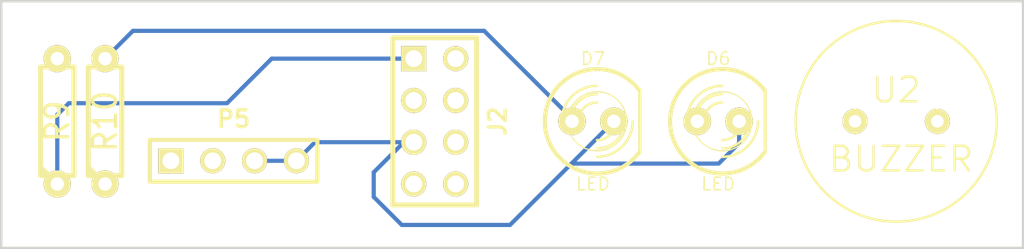
<source format=kicad_pcb>
(kicad_pcb (version 3) (host pcbnew "(2013-07-07 BZR 4022)-stable")

  (general
    (links 10)
    (no_connects 4)
    (area 81.624999 81.424999 143.775001 96.575001)
    (thickness 1.6)
    (drawings 4)
    (tracks 22)
    (zones 0)
    (modules 7)
    (nets 9)
  )

  (page A)
  (title_block 
    (title "RRGB Board")
    (rev 0.1)
    (company SBW)
    (comment 1 "To be used with Parallax serial RFID reader")
  )

  (layers
    (15 F.Cu signal)
    (0 B.Cu signal)
    (16 B.Adhes user)
    (17 F.Adhes user)
    (18 B.Paste user)
    (19 F.Paste user)
    (20 B.SilkS user)
    (21 F.SilkS user)
    (22 B.Mask user)
    (23 F.Mask user)
    (24 Dwgs.User user)
    (25 Cmts.User user)
    (26 Eco1.User user)
    (27 Eco2.User user)
    (28 Edge.Cuts user)
  )

  (setup
    (last_trace_width 0.254)
    (trace_clearance 0.254)
    (zone_clearance 0.508)
    (zone_45_only no)
    (trace_min 0.254)
    (segment_width 0.2)
    (edge_width 0.15)
    (via_size 0.889)
    (via_drill 0.635)
    (via_min_size 0.889)
    (via_min_drill 0.508)
    (uvia_size 0.508)
    (uvia_drill 0.127)
    (uvias_allowed no)
    (uvia_min_size 0.508)
    (uvia_min_drill 0.127)
    (pcb_text_width 0.3)
    (pcb_text_size 1 1)
    (mod_edge_width 0.15)
    (mod_text_size 1 1)
    (mod_text_width 0.15)
    (pad_size 1.5 1.5)
    (pad_drill 1)
    (pad_to_mask_clearance 0)
    (aux_axis_origin 72.7 73.5)
    (visible_elements 7FFFFFFF)
    (pcbplotparams
      (layerselection 3178497)
      (usegerberextensions true)
      (excludeedgelayer true)
      (linewidth 0.100000)
      (plotframeref false)
      (viasonmask false)
      (mode 1)
      (useauxorigin false)
      (hpglpennumber 1)
      (hpglpenspeed 20)
      (hpglpendiameter 15)
      (hpglpenoverlay 2)
      (psnegative false)
      (psa4output false)
      (plotreference true)
      (plotvalue true)
      (plotothertext true)
      (plotinvisibletext false)
      (padsonsilk false)
      (subtractmaskfromsilk false)
      (outputformat 1)
      (mirror false)
      (drillshape 1)
      (scaleselection 1)
      (outputdirectory ""))
  )

  (net 0 "")
  (net 1 +5V)
  (net 2 /BELL)
  (net 3 /GREEN)
  (net 4 /RED)
  (net 5 "/RFID TXD")
  (net 6 GND)
  (net 7 N-000008)
  (net 8 N-000009)

  (net_class Default "This is the default net class."
    (clearance 0.254)
    (trace_width 0.254)
    (via_dia 0.889)
    (via_drill 0.635)
    (uvia_dia 0.508)
    (uvia_drill 0.127)
    (add_net "")
    (add_net +5V)
    (add_net /BELL)
    (add_net /GREEN)
    (add_net /RED)
    (add_net "/RFID TXD")
    (add_net GND)
    (add_net N-000008)
    (add_net N-000009)
  )

  (module PIN_ARRAY_4x1_RIGHT_ANGLE (layer F.Cu) (tedit 4C10F42E) (tstamp 5487C0CA)
    (at 95.8 91.2)
    (descr "Double rangee de contacts 2 x 5 pins")
    (tags CONN)
    (path /5321D611)
    (fp_text reference P5 (at 0 -2.54) (layer F.SilkS)
      (effects (font (size 1.016 1.016) (thickness 0.2032)))
    )
    (fp_text value CONN_4 (at 0 2.54) (layer F.SilkS) hide
      (effects (font (size 1.016 1.016) (thickness 0.2032)))
    )
    (fp_line (start 5.08 1.27) (end -5.08 1.27) (layer F.SilkS) (width 0.254))
    (fp_line (start 5.08 -1.27) (end -5.08 -1.27) (layer F.SilkS) (width 0.254))
    (fp_line (start -5.08 -1.27) (end -5.08 1.27) (layer F.SilkS) (width 0.254))
    (fp_line (start 5.08 1.27) (end 5.08 -1.27) (layer F.SilkS) (width 0.254))
    (pad 1 thru_hole rect (at -3.81 0) (size 1.524 1.524) (drill 1.016)
      (layers *.Cu *.Mask F.SilkS)
      (net 1 +5V)
    )
    (pad 2 thru_hole circle (at -1.27 0) (size 1.524 1.524) (drill 1.016)
      (layers *.Cu *.Mask F.SilkS)
      (net 5 "/RFID TXD")
    )
    (pad 3 thru_hole circle (at 1.27 0) (size 1.524 1.524) (drill 1.016)
      (layers *.Cu *.Mask F.SilkS)
      (net 6 GND)
    )
    (pad 4 thru_hole circle (at 3.81 0) (size 1.524 1.524) (drill 1.016)
      (layers *.Cu *.Mask F.SilkS)
      (net 6 GND)
    )
    (model 3D_models/Socket_Strip_Angled_1x04.wrl
      (at (xyz 0 0 0))
      (scale (xyz 1 1 1))
      (rotate (xyz 0 0 0))
    )
  )

  (module LED-5MM-RED (layer F.Cu) (tedit 50ADE86B) (tstamp 5487C0E7)
    (at 125.2 88.8)
    (descr "LED 5mm - Lead pitch 100mil (2,54mm)")
    (tags "LED led 5mm 5MM 100mil 2,54mm")
    (path /5321D51C)
    (fp_text reference D6 (at 0 -3.81) (layer F.SilkS)
      (effects (font (size 0.762 0.762) (thickness 0.0889)))
    )
    (fp_text value LED (at 0 3.81) (layer F.SilkS)
      (effects (font (size 0.762 0.762) (thickness 0.0889)))
    )
    (fp_line (start 2.8448 1.905) (end 2.8448 -1.905) (layer F.SilkS) (width 0.2032))
    (fp_circle (center 0.254 0) (end -1.016 1.27) (layer F.SilkS) (width 0.0762))
    (fp_arc (start 0.254 0) (end 2.794 1.905) (angle 286.2) (layer F.SilkS) (width 0.254))
    (fp_arc (start 0.254 0) (end -0.889 0) (angle 90) (layer F.SilkS) (width 0.1524))
    (fp_arc (start 0.254 0) (end 1.397 0) (angle 90) (layer F.SilkS) (width 0.1524))
    (fp_arc (start 0.254 0) (end -1.397 0) (angle 90) (layer F.SilkS) (width 0.1524))
    (fp_arc (start 0.254 0) (end 1.905 0) (angle 90) (layer F.SilkS) (width 0.1524))
    (fp_arc (start 0.254 0) (end -1.905 0) (angle 90) (layer F.SilkS) (width 0.1524))
    (fp_arc (start 0.254 0) (end 2.413 0) (angle 90) (layer F.SilkS) (width 0.1524))
    (pad 1 thru_hole circle (at -1.27 0) (size 1.6764 1.6764) (drill 0.8128)
      (layers *.Cu *.Mask F.SilkS)
      (net 8 N-000009)
    )
    (pad 2 thru_hole circle (at 1.27 0) (size 1.6764 1.6764) (drill 0.8128)
      (layers *.Cu *.Mask F.SilkS)
      (net 6 GND)
    )
    (model 3D_models/led5_vertical_red.wrl
      (at (xyz 0 0 0))
      (scale (xyz 1 1 1))
      (rotate (xyz 0 0 0))
    )
  )

  (module LED-5MM (layer F.Cu) (tedit 50ADE86B) (tstamp 5487C0F6)
    (at 117.6 88.8)
    (descr "LED 5mm - Lead pitch 100mil (2,54mm)")
    (tags "LED led 5mm 5MM 100mil 2,54mm")
    (path /5321D52B)
    (fp_text reference D7 (at 0 -3.81) (layer F.SilkS)
      (effects (font (size 0.762 0.762) (thickness 0.0889)))
    )
    (fp_text value LED (at 0 3.81) (layer F.SilkS)
      (effects (font (size 0.762 0.762) (thickness 0.0889)))
    )
    (fp_line (start 2.8448 1.905) (end 2.8448 -1.905) (layer F.SilkS) (width 0.2032))
    (fp_circle (center 0.254 0) (end -1.016 1.27) (layer F.SilkS) (width 0.0762))
    (fp_arc (start 0.254 0) (end 2.794 1.905) (angle 286.2) (layer F.SilkS) (width 0.254))
    (fp_arc (start 0.254 0) (end -0.889 0) (angle 90) (layer F.SilkS) (width 0.1524))
    (fp_arc (start 0.254 0) (end 1.397 0) (angle 90) (layer F.SilkS) (width 0.1524))
    (fp_arc (start 0.254 0) (end -1.397 0) (angle 90) (layer F.SilkS) (width 0.1524))
    (fp_arc (start 0.254 0) (end 1.905 0) (angle 90) (layer F.SilkS) (width 0.1524))
    (fp_arc (start 0.254 0) (end -1.905 0) (angle 90) (layer F.SilkS) (width 0.1524))
    (fp_arc (start 0.254 0) (end 2.413 0) (angle 90) (layer F.SilkS) (width 0.1524))
    (pad 1 thru_hole circle (at -1.27 0) (size 1.6764 1.6764) (drill 0.8128)
      (layers *.Cu *.Mask F.SilkS)
      (net 7 N-000008)
    )
    (pad 2 thru_hole circle (at 1.27 0) (size 1.6764 1.6764) (drill 0.8128)
      (layers *.Cu *.Mask F.SilkS)
      (net 6 GND)
    )
    (model discret/leds/led5_vertical_verde.wrl
      (at (xyz 0 0 0))
      (scale (xyz 1 1 1))
      (rotate (xyz 0 0 0))
    )
  )

  (module BUZZER_SMALL (layer F.Cu) (tedit 5483498A) (tstamp 5487C0FD)
    (at 136 88.8)
    (path /532A1C21)
    (fp_text reference U2 (at 0 -1.9) (layer F.SilkS)
      (effects (font (size 1.5 1.5) (thickness 0.15)))
    )
    (fp_text value BUZZER (at 0.3 2.3) (layer F.SilkS)
      (effects (font (size 1.5 1.5) (thickness 0.15)))
    )
    (fp_circle (center 0 0) (end 6.1 0.1) (layer F.SilkS) (width 0.15))
    (pad 1 thru_hole circle (at -2.5 0) (size 1.524 1.524) (drill 0.762)
      (layers *.Cu *.Mask F.SilkS)
    )
    (pad 2 thru_hole circle (at 2.5 0) (size 1.524 1.524) (drill 0.762)
      (layers *.Cu *.Mask F.SilkS)
    )
    (model 3D_models/TDK_buzzer.wrl
      (at (xyz 0 0 0))
      (scale (xyz 0.394 0.394 0.394))
      (rotate (xyz 0 0 0))
    )
  )

  (module R3-LARGE_PADS (layer F.Cu) (tedit 47E26765) (tstamp 5487C0B1)
    (at 85.1 88.8 90)
    (descr "Resitance 3 pas")
    (tags R)
    (path /5321D4FE)
    (autoplace_cost180 10)
    (fp_text reference R9 (at 0 0 90) (layer F.SilkS)
      (effects (font (size 1.397 1.27) (thickness 0.2032)))
    )
    (fp_text value 330 (at 0 0 90) (layer F.SilkS) hide
      (effects (font (size 1.397 1.27) (thickness 0.2032)))
    )
    (fp_line (start -3.81 0) (end -3.302 0) (layer F.SilkS) (width 0.3048))
    (fp_line (start 3.81 0) (end 3.302 0) (layer F.SilkS) (width 0.3048))
    (fp_line (start 3.302 0) (end 3.302 -1.016) (layer F.SilkS) (width 0.3048))
    (fp_line (start 3.302 -1.016) (end -3.302 -1.016) (layer F.SilkS) (width 0.3048))
    (fp_line (start -3.302 -1.016) (end -3.302 1.016) (layer F.SilkS) (width 0.3048))
    (fp_line (start -3.302 1.016) (end 3.302 1.016) (layer F.SilkS) (width 0.3048))
    (fp_line (start 3.302 1.016) (end 3.302 0) (layer F.SilkS) (width 0.3048))
    (fp_line (start -3.302 -0.508) (end -2.794 -1.016) (layer F.SilkS) (width 0.3048))
    (pad 1 thru_hole circle (at -3.81 0 90) (size 1.651 1.651) (drill 0.8128)
      (layers *.Cu *.Mask F.SilkS)
      (net 4 /RED)
    )
    (pad 2 thru_hole circle (at 3.81 0 90) (size 1.651 1.651) (drill 0.8128)
      (layers *.Cu *.Mask F.SilkS)
      (net 8 N-000009)
    )
    (model discret/resistor.wrl
      (at (xyz 0 0 0))
      (scale (xyz 0.3 0.3 0.3))
      (rotate (xyz 0 0 0))
    )
  )

  (module R3-LARGE_PADS (layer F.Cu) (tedit 47E26765) (tstamp 5487C0BE)
    (at 88 88.8 90)
    (descr "Resitance 3 pas")
    (tags R)
    (path /5321D50D)
    (autoplace_cost180 10)
    (fp_text reference R10 (at 0 0 90) (layer F.SilkS)
      (effects (font (size 1.397 1.27) (thickness 0.2032)))
    )
    (fp_text value 330 (at 0 0 90) (layer F.SilkS) hide
      (effects (font (size 1.397 1.27) (thickness 0.2032)))
    )
    (fp_line (start -3.81 0) (end -3.302 0) (layer F.SilkS) (width 0.3048))
    (fp_line (start 3.81 0) (end 3.302 0) (layer F.SilkS) (width 0.3048))
    (fp_line (start 3.302 0) (end 3.302 -1.016) (layer F.SilkS) (width 0.3048))
    (fp_line (start 3.302 -1.016) (end -3.302 -1.016) (layer F.SilkS) (width 0.3048))
    (fp_line (start -3.302 -1.016) (end -3.302 1.016) (layer F.SilkS) (width 0.3048))
    (fp_line (start -3.302 1.016) (end 3.302 1.016) (layer F.SilkS) (width 0.3048))
    (fp_line (start 3.302 1.016) (end 3.302 0) (layer F.SilkS) (width 0.3048))
    (fp_line (start -3.302 -0.508) (end -2.794 -1.016) (layer F.SilkS) (width 0.3048))
    (pad 1 thru_hole circle (at -3.81 0 90) (size 1.651 1.651) (drill 0.8128)
      (layers *.Cu *.Mask F.SilkS)
      (net 3 /GREEN)
    )
    (pad 2 thru_hole circle (at 3.81 0 90) (size 1.651 1.651) (drill 0.8128)
      (layers *.Cu *.Mask F.SilkS)
      (net 7 N-000008)
    )
    (model discret/resistor.wrl
      (at (xyz 0 0 0))
      (scale (xyz 0.3 0.3 0.3))
      (rotate (xyz 0 0 0))
    )
  )

  (module pin_array_4x2 (layer F.Cu) (tedit 3FAB90E6) (tstamp 5487C0D8)
    (at 108 88.8 270)
    (descr "Double rangee de contacts 2 x 4 pins")
    (tags CONN)
    (path /5321D451)
    (fp_text reference J2 (at 0 -3.81 270) (layer F.SilkS)
      (effects (font (size 1.016 1.016) (thickness 0.2032)))
    )
    (fp_text value RJ45 (at 0 3.81 270) (layer F.SilkS) hide
      (effects (font (size 1.016 1.016) (thickness 0.2032)))
    )
    (fp_line (start -5.08 -2.54) (end 5.08 -2.54) (layer F.SilkS) (width 0.3048))
    (fp_line (start 5.08 -2.54) (end 5.08 2.54) (layer F.SilkS) (width 0.3048))
    (fp_line (start 5.08 2.54) (end -5.08 2.54) (layer F.SilkS) (width 0.3048))
    (fp_line (start -5.08 2.54) (end -5.08 -2.54) (layer F.SilkS) (width 0.3048))
    (pad 1 thru_hole rect (at -3.81 1.27 270) (size 1.524 1.524) (drill 1.016)
      (layers *.Cu *.Mask F.SilkS)
      (net 4 /RED)
    )
    (pad 2 thru_hole circle (at -3.81 -1.27 270) (size 1.524 1.524) (drill 1.016)
      (layers *.Cu *.Mask F.SilkS)
      (net 3 /GREEN)
    )
    (pad 3 thru_hole circle (at -1.27 1.27 270) (size 1.524 1.524) (drill 1.016)
      (layers *.Cu *.Mask F.SilkS)
    )
    (pad 4 thru_hole circle (at -1.27 -1.27 270) (size 1.524 1.524) (drill 1.016)
      (layers *.Cu *.Mask F.SilkS)
      (net 1 +5V)
    )
    (pad 5 thru_hole circle (at 1.27 1.27 270) (size 1.524 1.524) (drill 1.016)
      (layers *.Cu *.Mask F.SilkS)
      (net 6 GND)
    )
    (pad 6 thru_hole circle (at 1.27 -1.27 270) (size 1.524 1.524) (drill 1.016)
      (layers *.Cu *.Mask F.SilkS)
      (net 5 "/RFID TXD")
    )
    (pad 7 thru_hole circle (at 3.81 1.27 270) (size 1.524 1.524) (drill 1.016)
      (layers *.Cu *.Mask F.SilkS)
      (net 2 /BELL)
    )
    (pad 8 thru_hole circle (at 3.81 -1.27 270) (size 1.524 1.524) (drill 1.016)
      (layers *.Cu *.Mask F.SilkS)
    )
    (model pin_array/pins_array_4x2.wrl
      (at (xyz 0 0 0))
      (scale (xyz 1 1 1))
      (rotate (xyz 0 0 0))
    )
  )

  (gr_line (start 81.7 96.5) (end 81.7 81.5) (angle 90) (layer Edge.Cuts) (width 0.15))
  (gr_line (start 143.7 96.5) (end 81.7 96.5) (angle 90) (layer Edge.Cuts) (width 0.15))
  (gr_line (start 143.7 81.5) (end 143.7 96.5) (angle 90) (layer Edge.Cuts) (width 0.15))
  (gr_line (start 81.7 81.5) (end 143.7 81.5) (angle 90) (layer Edge.Cuts) (width 0.15))

  (segment (start 85.1 92.61) (end 85.1 88.4) (width 0.254) (layer B.Cu) (net 4))
  (segment (start 98.11 84.99) (end 106.73 84.99) (width 0.254) (layer B.Cu) (net 4) (tstamp 5487C5E4))
  (segment (start 95.4 87.7) (end 98.11 84.99) (width 0.254) (layer B.Cu) (net 4) (tstamp 5487C5E2))
  (segment (start 85.8 87.7) (end 95.4 87.7) (width 0.254) (layer B.Cu) (net 4) (tstamp 5487C5DE))
  (segment (start 85.1 88.4) (end 85.8 87.7) (width 0.254) (layer B.Cu) (net 4) (tstamp 5487C5DD))
  (segment (start 116.3 91.37) (end 125.23 91.37) (width 0.254) (layer B.Cu) (net 6))
  (segment (start 126.47 90.13) (end 126.47 88.8) (width 0.254) (layer B.Cu) (net 6) (tstamp 5487C5C9))
  (segment (start 125.23 91.37) (end 126.47 90.13) (width 0.254) (layer B.Cu) (net 6) (tstamp 5487C5C7))
  (segment (start 106.73 90.07) (end 106.13 90.07) (width 0.254) (layer B.Cu) (net 6))
  (segment (start 112.57 95.1) (end 116.3 91.37) (width 0.254) (layer B.Cu) (net 6) (tstamp 5487C5C0))
  (segment (start 116.3 91.37) (end 118.87 88.8) (width 0.254) (layer B.Cu) (net 6) (tstamp 5487C5C5))
  (segment (start 106 95.1) (end 112.57 95.1) (width 0.254) (layer B.Cu) (net 6) (tstamp 5487C5BE))
  (segment (start 104.3 93.4) (end 106 95.1) (width 0.254) (layer B.Cu) (net 6) (tstamp 5487C5BC))
  (segment (start 104.3 91.9) (end 104.3 93.4) (width 0.254) (layer B.Cu) (net 6) (tstamp 5487C5BA))
  (segment (start 106.13 90.07) (end 104.3 91.9) (width 0.254) (layer B.Cu) (net 6) (tstamp 5487C5B9))
  (segment (start 97.07 91.2) (end 99.61 91.2) (width 0.254) (layer B.Cu) (net 6))
  (segment (start 106.73 90.07) (end 100.74 90.07) (width 0.254) (layer B.Cu) (net 6))
  (segment (start 100.74 90.07) (end 99.61 91.2) (width 0.254) (layer B.Cu) (net 6) (tstamp 5487C56F))
  (segment (start 116.33 88.8) (end 116.33 88.63) (width 0.254) (layer B.Cu) (net 7))
  (segment (start 89.69 83.3) (end 88 84.99) (width 0.254) (layer B.Cu) (net 7) (tstamp 5487C5D5))
  (segment (start 111 83.3) (end 89.69 83.3) (width 0.254) (layer B.Cu) (net 7) (tstamp 5487C5CF))
  (segment (start 116.33 88.63) (end 111 83.3) (width 0.254) (layer B.Cu) (net 7) (tstamp 5487C5CD))

)

</source>
